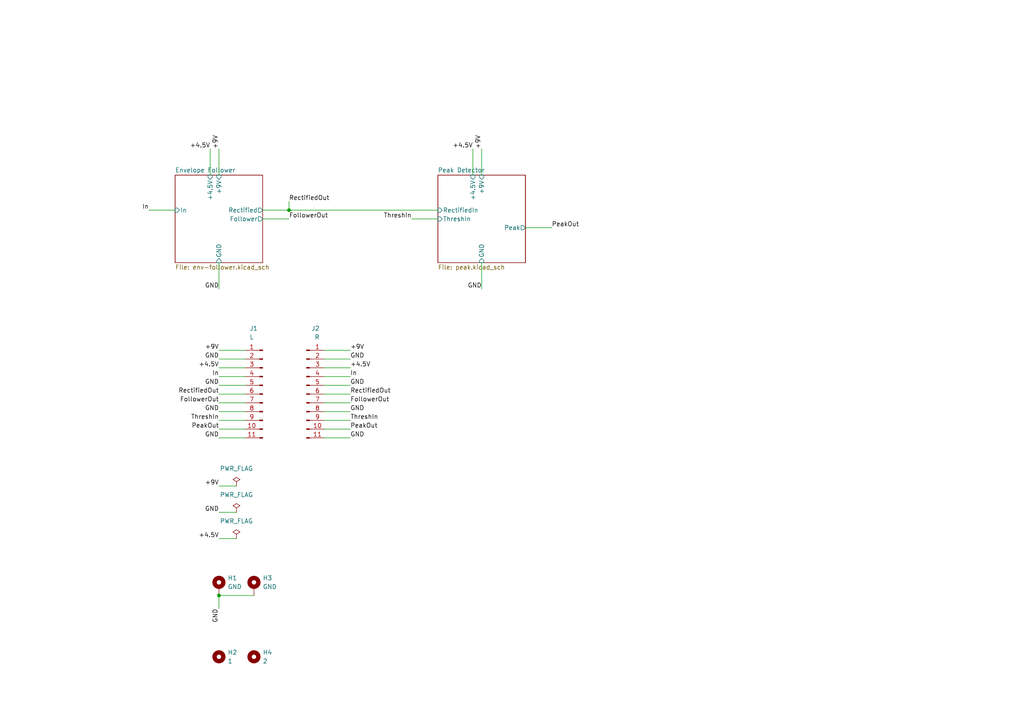
<source format=kicad_sch>
(kicad_sch (version 20211123) (generator eeschema)
  (paper "A4")
  (title_block (title "Demod") (date "2024-12-18") (rev "v1rev1") (company "Andrey Salomatin / Pedal Markt"))
  (lib_symbols
    (symbol "Connector:Conn_01x11_Male" (pin_names (offset 1.016) hide)
      (property "Reference" "J" (at 0 15.24 0))
      (property "Value" "Conn_01x11_Male" (at 0 -15.24 0))
      (symbol "Conn_01x11_Male_1_1"
        (polyline (pts (xy 1.27 -12.7) (xy 0.8636 -12.7)) (stroke (width 0.1524)))
        (polyline (pts (xy 1.27 -10.16) (xy 0.8636 -10.16)) (stroke (width 0.1524)))
        (polyline (pts (xy 1.27 -7.62) (xy 0.8636 -7.62)) (stroke (width 0.1524)))
        (polyline (pts (xy 1.27 -5.08) (xy 0.8636 -5.08)) (stroke (width 0.1524)))
        (polyline (pts (xy 1.27 -2.54) (xy 0.8636 -2.54)) (stroke (width 0.1524)))
        (polyline (pts (xy 1.27 0) (xy 0.8636 0)) (stroke (width 0.1524)))
        (polyline (pts (xy 1.27 2.54) (xy 0.8636 2.54)) (stroke (width 0.1524)))
        (polyline (pts (xy 1.27 5.08) (xy 0.8636 5.08)) (stroke (width 0.1524)))
        (polyline (pts (xy 1.27 7.62) (xy 0.8636 7.62)) (stroke (width 0.1524)))
        (polyline (pts (xy 1.27 10.16) (xy 0.8636 10.16)) (stroke (width 0.1524)))
        (polyline (pts (xy 1.27 12.7) (xy 0.8636 12.7)) (stroke (width 0.1524)))
        (rectangle (start 0.8636 -12.573) (end 0 -12.827) (stroke (width 0.1524)) (fill (type outline)))
        (rectangle (start 0.8636 -10.033) (end 0 -10.287) (stroke (width 0.1524)) (fill (type outline)))
        (rectangle (start 0.8636 -7.493) (end 0 -7.747) (stroke (width 0.1524)) (fill (type outline)))
        (rectangle (start 0.8636 -4.953) (end 0 -5.207) (stroke (width 0.1524)) (fill (type outline)))
        (rectangle (start 0.8636 -2.413) (end 0 -2.667) (stroke (width 0.1524)) (fill (type outline)))
        (rectangle (start 0.8636 0.127) (end 0 -0.127) (stroke (width 0.1524)) (fill (type outline)))
        (rectangle (start 0.8636 2.667) (end 0 2.413) (stroke (width 0.1524)) (fill (type outline)))
        (rectangle (start 0.8636 5.207) (end 0 4.953) (stroke (width 0.1524)) (fill (type outline)))
        (rectangle (start 0.8636 7.747) (end 0 7.493) (stroke (width 0.1524)) (fill (type outline)))
        (rectangle (start 0.8636 10.287) (end 0 10.033) (stroke (width 0.1524)) (fill (type outline)))
        (rectangle (start 0.8636 12.827) (end 0 12.573) (stroke (width 0.1524)) (fill (type outline)))
        (pin passive line (at 5.08 12.7 180) (length 3.81) (name "Pin_1") (number "1"))
        (pin passive line (at 5.08 -10.16 180) (length 3.81) (name "Pin_10") (number "10"))
        (pin passive line (at 5.08 -12.7 180) (length 3.81) (name "Pin_11") (number "11"))
        (pin passive line (at 5.08 10.16 180) (length 3.81) (name "Pin_2") (number "2"))
        (pin passive line (at 5.08 7.62 180) (length 3.81) (name "Pin_3") (number "3"))
        (pin passive line (at 5.08 5.08 180) (length 3.81) (name "Pin_4") (number "4"))
        (pin passive line (at 5.08 2.54 180) (length 3.81) (name "Pin_5") (number "5"))
        (pin passive line (at 5.08 0 180) (length 3.81) (name "Pin_6") (number "6"))
        (pin passive line (at 5.08 -2.54 180) (length 3.81) (name "Pin_7") (number "7"))
        (pin passive line (at 5.08 -5.08 180) (length 3.81) (name "Pin_8") (number "8"))
        (pin passive line (at 5.08 -7.62 180) (length 3.81) (name "Pin_9") (number "9"))
      )
    )
    (symbol "Mechanical:MountingHole" (pin_names (offset 1.016))
      (property "Reference" "H" (at 0 5.08 0))
      (property "Value" "MountingHole" (at 0 3.175 0))
      (symbol "MountingHole_0_1"
        (circle (center 0 0) (radius 1.27) (stroke (width 1.27)))
      )
    )
    (symbol "Mechanical:MountingHole_Pad" (pin_numbers hide) (pin_names (offset 1.016) hide)
      (property "Reference" "H" (at 0 6.35 0))
      (property "Value" "MountingHole_Pad" (at 0 4.445 0))
      (symbol "MountingHole_Pad_0_1"
        (circle (center 0 1.27) (radius 1.27) (stroke (width 1.27)))
      )
      (symbol "MountingHole_Pad_1_1"
        (pin input line (at 0 -2.54 90) (length 2.54) (name "1") (number "1"))
      )
    )
    (symbol "power:PWR_FLAG" (power) (pin_numbers hide) (pin_names (offset 0) hide)
      (property "Value" "PWR_FLAG" (at 0 3.81 0))
      (symbol "PWR_FLAG_0_0"
        (pin power_out line (at 0 0 90) (length 0) (name "pwr") (number "1"))
      )
      (symbol "PWR_FLAG_0_1"
        (polyline (pts (xy 0 0) (xy 0 1.27) (xy -1.016 1.905) (xy 0 2.54) (xy 1.016 1.905) (xy 0 1.27)))
      )
    )
  )
  (junction (at 83.82 60.96))
  (junction (at 63.5 172.72))
  (wire (pts (xy 63.5 43.18) (xy 63.5 50.8)))
  (wire (pts (xy 63.5 111.76) (xy 71.12 111.76)))
  (wire (pts (xy 63.5 106.68) (xy 71.12 106.68)))
  (wire (pts (xy 63.5 127) (xy 71.12 127)))
  (wire (pts (xy 63.5 121.92) (xy 71.12 121.92)))
  (wire (pts (xy 63.5 109.22) (xy 71.12 109.22)))
  (wire (pts (xy 63.5 116.84) (xy 71.12 116.84)))
  (wire (pts (xy 63.5 101.6) (xy 71.12 101.6)))
  (wire (pts (xy 101.6 116.84) (xy 93.98 116.84)))
  (wire (pts (xy 63.5 172.72) (xy 63.5 176.53)))
  (wire (pts (xy 63.5 76.2) (xy 63.5 83.82)))
  (wire (pts (xy 101.6 121.92) (xy 93.98 121.92)))
  (wire (pts (xy 63.5 148.59) (xy 68.58 148.59)))
  (wire (pts (xy 101.6 127) (xy 93.98 127)))
  (wire (pts (xy 101.6 119.38) (xy 93.98 119.38)))
  (wire (pts (xy 139.7 76.2) (xy 139.7 83.82)))
  (wire (pts (xy 101.6 124.46) (xy 93.98 124.46)))
  (wire (pts (xy 63.5 119.38) (xy 71.12 119.38)))
  (wire (pts (xy 63.5 124.46) (xy 71.12 124.46)))
  (wire (pts (xy 76.2 60.96) (xy 83.82 60.96)))
  (wire (pts (xy 137.16 43.18) (xy 137.16 50.8)))
  (wire (pts (xy 101.6 109.22) (xy 93.98 109.22)))
  (wire (pts (xy 101.6 101.6) (xy 93.98 101.6)))
  (wire (pts (xy 101.6 111.76) (xy 93.98 111.76)))
  (wire (pts (xy 63.5 172.72) (xy 73.66 172.72)))
  (wire (pts (xy 119.38 63.5) (xy 127 63.5)))
  (wire (pts (xy 101.6 104.14) (xy 93.98 104.14)))
  (wire (pts (xy 60.96 43.18) (xy 60.96 50.8)))
  (wire (pts (xy 63.5 114.3) (xy 71.12 114.3)))
  (wire (pts (xy 63.5 104.14) (xy 71.12 104.14)))
  (wire (pts (xy 63.5 156.21) (xy 68.58 156.21)))
  (wire (pts (xy 152.4 66.04) (xy 160.02 66.04)))
  (wire (pts (xy 101.6 106.68) (xy 93.98 106.68)))
  (wire (pts (xy 63.5 140.97) (xy 68.58 140.97)))
  (wire (pts (xy 43.18 60.96) (xy 50.8 60.96)))
  (wire (pts (xy 83.82 60.96) (xy 127 60.96)))
  (wire (pts (xy 139.7 43.18) (xy 139.7 50.8)))
  (wire (pts (xy 101.6 114.3) (xy 93.98 114.3)))
  (wire (pts (xy 83.82 63.5) (xy 76.2 63.5)))
  (wire (pts (xy 83.82 58.42) (xy 83.82 60.96)))
  (label "+4.5V" (at 63.5 106.68 180))
  (label "+4.5V" (at 63.5 156.21 180))
  (label "RectifiedOut" (at 83.82 58.42 0))
  (label "+4.5V" (at 101.6 106.68 0))
  (label "GND" (at 63.5 111.76 180))
  (label "In" (at 43.18 60.96 180))
  (label "GND" (at 101.6 104.14 0))
  (label "GND" (at 63.5 148.59 180))
  (label "FollowerOut" (at 63.5 116.84 180))
  (label "PeakOut" (at 101.6 124.46 0))
  (label "PeakOut" (at 160.02 66.04 0))
  (label "In" (at 63.5 109.22 180))
  (label "GND" (at 139.7 83.82 180))
  (label "GND" (at 63.5 104.14 180))
  (label "+4.5V" (at 137.16 43.18 180))
  (label "+9V" (at 63.5 43.18 90))
  (label "ThreshIn" (at 63.5 121.92 180))
  (label "GND" (at 101.6 119.38 0))
  (label "+9V" (at 63.5 140.97 180))
  (label "GND" (at 101.6 127 0))
  (label "+9V" (at 139.7 43.18 90))
  (label "PeakOut" (at 63.5 124.46 180))
  (label "+9V" (at 63.5 101.6 180))
  (label "In" (at 101.6 109.22 0))
  (label "GND" (at 63.5 83.82 180))
  (label "FollowerOut" (at 83.82 63.5 0))
  (label "ThreshIn" (at 119.38 63.5 180))
  (label "GND" (at 63.5 119.38 180))
  (label "FollowerOut" (at 101.6 116.84 0))
  (label "ThreshIn" (at 101.6 121.92 0))
  (label "GND" (at 63.5 176.53 270))
  (label "RectifiedOut" (at 63.5 114.3 180))
  (label "GND" (at 101.6 111.76 0))
  (label "GND" (at 63.5 127 180))
  (label "+9V" (at 101.6 101.6 0))
  (label "RectifiedOut" (at 101.6 114.3 0))
  (label "+4.5V" (at 60.96 43.18 180))
  (symbol (lib_id "power:PWR_FLAG") (at 68.58 140.97 0) (unit 1)
    (property "Reference" "#FLG0101" (effects hide))
    (property "Value" "PWR_FLAG" (at 68.58 135.89 0))
  )
  (symbol (lib_id "Connector:Conn_01x11_Male") (at 76.2 114.3 0) (mirror y) (unit 1)
    (property "Reference" "J1" (at 72.39 95.25 0) (effects (justify right)))
    (property "Value" "L" (at 72.39 97.79 0) (effects (justify right)))
    (property "Footprint" "Connector_PinHeader_2.54mm:PinHeader_1x11_P2.54mm_Vertical" (effects hide))
  )
  (symbol (lib_id "Mechanical:MountingHole_Pad") (at 73.66 170.18 0) (unit 1)
    (property "Reference" "H3" (at 76.2 167.6399 0) (effects (justify left)))
    (property "Value" "GND" (at 76.2 170.1799 0) (effects (justify left)))
    (property "Footprint" "MountingHole:MountingHole_3.2mm_M3_ISO14580_Pad" (effects hide))
  )
  (symbol (lib_id "Mechanical:MountingHole") (at 63.5 190.5 0) (unit 1)
    (property "Reference" "H2" (at 66.04 189.2299 0) (effects (justify left)))
    (property "Value" "1" (at 66.04 191.7699 0) (effects (justify left)))
    (property "Footprint" "MountingHole:MountingHole_3.2mm_M3" (effects hide))
  )
  (symbol (lib_id "Connector:Conn_01x11_Male") (at 88.9 114.3 0) (unit 1)
    (property "Reference" "J2" (at 92.71 95.25 0) (effects (justify right)))
    (property "Value" "R" (at 92.71 97.79 0) (effects (justify right)))
    (property "Footprint" "Connector_PinHeader_2.54mm:PinHeader_1x11_P2.54mm_Vertical" (effects hide))
  )
  (symbol (lib_id "Mechanical:MountingHole") (at 73.66 190.5 0) (unit 1)
    (property "Reference" "H4" (at 76.2 189.2299 0) (effects (justify left)))
    (property "Value" "2" (at 76.2 191.7699 0) (effects (justify left)))
    (property "Footprint" "MountingHole:MountingHole_3.2mm_M3" (effects hide))
  )
  (symbol (lib_id "Mechanical:MountingHole_Pad") (at 63.5 170.18 0) (unit 1)
    (property "Reference" "H1" (at 66.04 167.6399 0) (effects (justify left)))
    (property "Value" "GND" (at 66.04 170.1799 0) (effects (justify left)))
    (property "Footprint" "MountingHole:MountingHole_3.2mm_M3_ISO14580_Pad" (effects hide))
  )
  (symbol (lib_id "power:PWR_FLAG") (at 68.58 148.59 0) (unit 1)
    (property "Reference" "#FLG0102" (effects hide))
    (property "Value" "PWR_FLAG" (at 68.58 143.51 0))
  )
  (symbol (lib_id "power:PWR_FLAG") (at 68.58 156.21 0) (unit 1)
    (property "Reference" "#FLG0103" (effects hide))
    (property "Value" "PWR_FLAG" (at 68.58 151.13 0))
  )
  (sheet (at 127 50.8) (size 25.4 25.4) (stroke (width 0.1524))
    (property "Sheet name" "Peak Detector" (at 127 50.0884 0) (effects (justify left bottom)))
    (property "Sheet file" "peak.kicad_sch" (at 127 76.7846 0) (effects (justify left top)))
    (pin "RectifiedIn" input (at 127 60.96 180))
    (pin "+4.5V" input (at 137.16 50.8 90))
    (pin "Peak" output (at 152.4 66.04 0))
    (pin "GND" input (at 139.7 76.2 270))
    (pin "+9V" input (at 139.7 50.8 90))
    (pin "ThreshIn" input (at 127 63.5 180))
  )
  (sheet (at 50.8 50.8) (size 25.4 25.4) (stroke (width 0.1524))
    (property "Sheet name" "Envelope Follower" (at 50.8 50.0884 0) (effects (justify left bottom)))
    (property "Sheet file" "env-follower.kicad_sch" (at 50.8 76.7846 0) (effects (justify left top)))
    (pin "+4.5V" input (at 60.96 50.8 90))
    (pin "Rectified" output (at 76.2 60.96 0))
    (pin "+9V" input (at 63.5 50.8 90))
    (pin "GND" input (at 63.5 76.2 270))
    (pin "Follower" output (at 76.2 63.5 0))
    (pin "In" input (at 50.8 60.96 180))
  )
)
</source>
